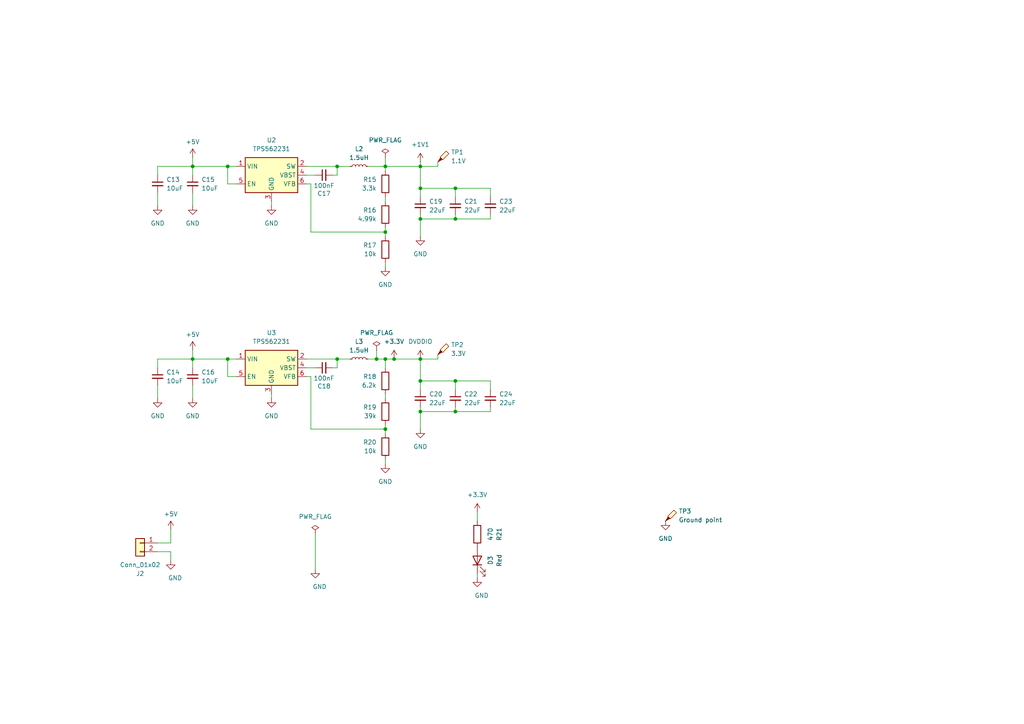
<source format=kicad_sch>
(kicad_sch (version 20231120) (generator "eeschema") (generator_version "8.0")
  (paper "A4")
  (title_block (title "Raspberry Pi 4 Port Gigabit Managed Switch") (date "2025-03-03") (company "Albrecht Lohofener"))
  (lib_symbols
    (symbol "Connector:TestPoint_Probe" (pin_numbers hide) (pin_names (offset 0.762) hide)
      (property "Reference" "TP" (at 1.651 5.842 0))
      (property "Value" "TestPoint_Probe" (at 1.651 4.064 0))
      (symbol "TestPoint_Probe_0_1"
        (polyline (pts (xy 1.27 0.762) (xy 0 0) (xy 0.762 1.27) (xy 1.27 0.762)) (fill (type outline)))
        (polyline (pts (xy 1.397 0.635) (xy 0.635 1.397) (xy 2.413 3.175) (xy 3.175 2.413) (xy 1.397 0.635)) (fill (type background)))
      )
      (symbol "TestPoint_Probe_1_1"
        (pin passive line (at 0 0 90) (length 0) (name "1") (number "1"))
      )
    )
    (symbol "Connector_Generic:Conn_01x02" (pin_names (offset 1.016) hide)
      (property "Reference" "J" (at 0 2.54 0))
      (property "Value" "Conn_01x02" (at 0 -5.08 0))
      (symbol "Conn_01x02_1_1"
        (rectangle (start -1.27 -2.413) (end 0 -2.667) (stroke (width 0.1524)))
        (rectangle (start -1.27 0.127) (end 0 -0.127) (stroke (width 0.1524)))
        (rectangle (start -1.27 1.27) (end 1.27 -3.81) (stroke (width 0.254)) (fill (type background)))
        (pin passive line (at -5.08 0 0) (length 3.81) (name "Pin_1") (number "1"))
        (pin passive line (at -5.08 -2.54 0) (length 3.81) (name "Pin_2") (number "2"))
      )
    )
    (symbol "Device:C_Small" (pin_numbers hide) (pin_names (offset 0.254) hide)
      (property "Reference" "C" (at 0.254 1.778 0))
      (property "Value" "C_Small" (at 0.254 -2.032 0))
      (symbol "C_Small_0_1"
        (polyline (pts (xy -1.524 -0.508) (xy 1.524 -0.508)) (stroke (width 0.3302)))
        (polyline (pts (xy -1.524 0.508) (xy 1.524 0.508)) (stroke (width 0.3048)))
      )
      (symbol "C_Small_1_1"
        (pin passive line (at 0 2.54 270) (length 2.032) (name "~") (number "1"))
        (pin passive line (at 0 -2.54 90) (length 2.032) (name "~") (number "2"))
      )
    )
    (symbol "Device:LED" (pin_numbers hide) (pin_names (offset 1.016) hide)
      (property "Reference" "D" (at 0 2.54 0))
      (property "Value" "LED" (at 0 -2.54 0))
      (symbol "LED_0_1"
        (polyline (pts (xy -1.27 -1.27) (xy -1.27 1.27)) (stroke (width 0.254)))
        (polyline (pts (xy -1.27 0) (xy 1.27 0)))
        (polyline (pts (xy 1.27 -1.27) (xy 1.27 1.27) (xy -1.27 0) (xy 1.27 -1.27)) (stroke (width 0.254)))
        (polyline (pts (xy -3.048 -0.762) (xy -4.572 -2.286) (xy -3.81 -2.286) (xy -4.572 -2.286) (xy -4.572 -1.524)))
        (polyline (pts (xy -1.778 -0.762) (xy -3.302 -2.286) (xy -2.54 -2.286) (xy -3.302 -2.286) (xy -3.302 -1.524)))
      )
      (symbol "LED_1_1"
        (pin passive line (at -3.81 0 0) (length 2.54) (name "K") (number "1"))
        (pin passive line (at 3.81 0 180) (length 2.54) (name "A") (number "2"))
      )
    )
    (symbol "Device:L_Small" (pin_numbers hide) (pin_names (offset 0.254) hide)
      (property "Reference" "L" (at 0.762 1.016 0))
      (property "Value" "L_Small" (at 0.762 -1.016 0))
      (symbol "L_Small_0_1"
        (arc (start 0 -2.032) (mid 0.5058 -1.524) (end 0 -1.016))
        (arc (start 0 -1.016) (mid 0.5058 -0.508) (end 0 0))
        (arc (start 0 0) (mid 0.5058 0.508) (end 0 1.016))
        (arc (start 0 1.016) (mid 0.5058 1.524) (end 0 2.032))
      )
      (symbol "L_Small_1_1"
        (pin passive line (at 0 2.54 270) (length 0.508) (name "~") (number "1"))
        (pin passive line (at 0 -2.54 90) (length 0.508) (name "~") (number "2"))
      )
    )
    (symbol "Device:R" (pin_numbers hide) (pin_names (offset 0))
      (property "Reference" "R" (at 2.032 0 90))
      (property "Value" "R" (at 0 0 90))
      (symbol "R_0_1"
        (rectangle (start -1.016 -2.54) (end 1.016 2.54) (stroke (width 0.254)))
      )
      (symbol "R_1_1"
        (pin passive line (at 0 3.81 270) (length 1.27) (name "~") (number "1"))
        (pin passive line (at 0 -3.81 90) (length 1.27) (name "~") (number "2"))
      )
    )
    (symbol "Regulator_Switching:TPS562206"
      (property "Reference" "U" (at -7.62 6.35 0))
      (property "Value" "TPS562206" (at -2.54 6.35 0))
      (symbol "TPS562206_0_1"
        (rectangle (start -7.62 5.08) (end 7.62 -5.08) (stroke (width 0.254)) (fill (type background)))
      )
      (symbol "TPS562206_1_1"
        (pin power_in line (at -10.16 2.54 0) (length 2.54) (name "VIN") (number "1"))
        (pin output line (at 10.16 2.54 180) (length 2.54) (name "SW") (number "2"))
        (pin power_in line (at 0 -7.62 90) (length 2.54) (name "GND") (number "3"))
        (pin passive line (at 10.16 0 180) (length 2.54) (name "VBST") (number "4"))
        (pin input line (at -10.16 -2.54 0) (length 2.54) (name "EN") (number "5"))
        (pin input line (at 10.16 -2.54 180) (length 2.54) (name "VFB") (number "6"))
      )
    )
    (symbol "power:+1V1" (power) (pin_numbers hide) (pin_names (offset 0) hide)
      (property "Value" "+1V1" (at 0 3.556 0))
      (symbol "+1V1_0_1"
        (polyline (pts (xy -0.762 1.27) (xy 0 2.54)))
        (polyline (pts (xy 0 0) (xy 0 2.54)))
        (polyline (pts (xy 0 2.54) (xy 0.762 1.27)))
      )
      (symbol "+1V1_1_1"
        (pin power_in line (at 0 0 90) (length 0) (name "~") (number "1"))
      )
    )
    (symbol "power:+3.3V" (power) (pin_numbers hide) (pin_names (offset 0) hide)
      (property "Value" "+3.3V" (at 0 3.556 0))
      (symbol "+3.3V_0_1"
        (polyline (pts (xy -0.762 1.27) (xy 0 2.54)))
        (polyline (pts (xy 0 0) (xy 0 2.54)))
        (polyline (pts (xy 0 2.54) (xy 0.762 1.27)))
      )
      (symbol "+3.3V_1_1"
        (pin power_in line (at 0 0 90) (length 0) (name "~") (number "1"))
      )
    )
    (symbol "power:+3V3" (power) (pin_numbers hide) (pin_names (offset 0) hide)
      (property "Value" "+3V3" (at 0 3.556 0))
      (symbol "+3V3_0_1"
        (polyline (pts (xy -0.762 1.27) (xy 0 2.54)))
        (polyline (pts (xy 0 0) (xy 0 2.54)))
        (polyline (pts (xy 0 2.54) (xy 0.762 1.27)))
      )
      (symbol "+3V3_1_1"
        (pin power_in line (at 0 0 90) (length 0) (name "~") (number "1"))
      )
    )
    (symbol "power:+5V" (power) (pin_numbers hide) (pin_names (offset 0) hide)
      (property "Value" "+5V" (at 0 3.556 0))
      (symbol "+5V_0_1"
        (polyline (pts (xy -0.762 1.27) (xy 0 2.54)))
        (polyline (pts (xy 0 0) (xy 0 2.54)))
        (polyline (pts (xy 0 2.54) (xy 0.762 1.27)))
      )
      (symbol "+5V_1_1"
        (pin power_in line (at 0 0 90) (length 0) (name "~") (number "1"))
      )
    )
    (symbol "power:GND" (power) (pin_numbers hide) (pin_names (offset 0) hide)
      (property "Value" "GND" (at 0 -3.81 0))
      (symbol "GND_0_1"
        (polyline (pts (xy 0 0) (xy 0 -1.27) (xy 1.27 -1.27) (xy 0 -2.54) (xy -1.27 -1.27) (xy 0 -1.27)))
      )
      (symbol "GND_1_1"
        (pin power_in line (at 0 0 270) (length 0) (name "~") (number "1"))
      )
    )
    (symbol "power:PWR_FLAG" (power) (pin_numbers hide) (pin_names (offset 0) hide)
      (property "Value" "PWR_FLAG" (at 0 3.81 0))
      (symbol "PWR_FLAG_0_0"
        (pin power_out line (at 0 0 90) (length 0) (name "~") (number "1"))
      )
      (symbol "PWR_FLAG_0_1"
        (polyline (pts (xy 0 0) (xy 0 1.27) (xy -1.016 1.905) (xy 0 2.54) (xy 1.016 1.905) (xy 0 1.27)))
      )
    )
    (symbol "power:VBUS" (power) (pin_numbers hide) (pin_names (offset 0) hide)
      (property "Value" "VBUS" (at 0 3.556 0))
      (symbol "VBUS_0_1"
        (polyline (pts (xy -0.762 1.27) (xy 0 2.54)))
        (polyline (pts (xy 0 0) (xy 0 2.54)))
        (polyline (pts (xy 0 2.54) (xy 0.762 1.27)))
      )
      (symbol "VBUS_1_1"
        (pin power_in line (at 0 0 90) (length 0) (name "~") (number "1"))
      )
    )
  )
  (junction (at 111.76 104.14))
  (junction (at 132.08 54.61))
  (junction (at 121.92 110.49))
  (junction (at 121.92 54.61))
  (junction (at 132.08 63.5))
  (junction (at 97.79 104.14))
  (junction (at 55.88 48.26))
  (junction (at 111.76 48.26))
  (junction (at 66.04 104.14))
  (junction (at 121.92 104.14))
  (junction (at 121.92 119.38))
  (junction (at 97.79 48.26))
  (junction (at 66.04 48.26))
  (junction (at 132.08 110.49))
  (junction (at 114.3 104.14))
  (junction (at 109.22 104.14))
  (junction (at 111.76 124.46))
  (junction (at 132.08 119.38))
  (junction (at 111.76 67.31))
  (junction (at 55.88 104.14))
  (junction (at 121.92 48.26))
  (junction (at 121.92 63.5))
  (wire (pts (xy 132.08 62.23) (xy 132.08 63.5)))
  (wire (pts (xy 66.04 104.14) (xy 68.58 104.14)))
  (wire (pts (xy 88.9 104.14) (xy 97.79 104.14)))
  (wire (pts (xy 66.04 104.14) (xy 66.04 109.22)))
  (wire (pts (xy 121.92 119.38) (xy 132.08 119.38)))
  (wire (pts (xy 111.76 123.19) (xy 111.76 124.46)))
  (wire (pts (xy 101.6 104.14) (xy 97.79 104.14)))
  (wire (pts (xy 106.68 104.14) (xy 109.22 104.14)))
  (wire (pts (xy 97.79 106.68) (xy 96.52 106.68)))
  (wire (pts (xy 78.74 115.57) (xy 78.74 114.3)))
  (wire (pts (xy 111.76 48.26) (xy 111.76 49.53)))
  (wire (pts (xy 90.17 109.22) (xy 90.17 124.46)))
  (wire (pts (xy 111.76 67.31) (xy 111.76 68.58)))
  (wire (pts (xy 78.74 59.69) (xy 78.74 58.42)))
  (wire (pts (xy 114.3 104.14) (xy 121.92 104.14)))
  (wire (pts (xy 111.76 124.46) (xy 111.76 125.73)))
  (wire (pts (xy 90.17 109.22) (xy 88.9 109.22)))
  (wire (pts (xy 45.72 160.02) (xy 49.53 160.02)))
  (wire (pts (xy 91.44 154.94) (xy 91.44 165.1)))
  (wire (pts (xy 55.88 55.88) (xy 55.88 59.69)))
  (wire (pts (xy 121.92 104.14) (xy 127 104.14)))
  (wire (pts (xy 66.04 48.26) (xy 68.58 48.26)))
  (wire (pts (xy 106.68 48.26) (xy 111.76 48.26)))
  (wire (pts (xy 49.53 160.02) (xy 49.53 162.56)))
  (wire (pts (xy 66.04 53.34) (xy 68.58 53.34)))
  (wire (pts (xy 121.92 46.99) (xy 121.92 48.26)))
  (wire (pts (xy 132.08 119.38) (xy 142.24 119.38)))
  (wire (pts (xy 121.92 124.46) (xy 121.92 119.38)))
  (wire (pts (xy 121.92 54.61) (xy 121.92 57.15)))
  (wire (pts (xy 45.72 104.14) (xy 45.72 106.68)))
  (wire (pts (xy 55.88 104.14) (xy 66.04 104.14)))
  (wire (pts (xy 138.43 166.37) (xy 138.43 167.64)))
  (wire (pts (xy 97.79 50.8) (xy 96.52 50.8)))
  (wire (pts (xy 45.72 48.26) (xy 55.88 48.26)))
  (wire (pts (xy 49.53 157.48) (xy 49.53 153.67)))
  (wire (pts (xy 121.92 119.38) (xy 121.92 118.11)))
  (wire (pts (xy 111.76 134.62) (xy 111.76 133.35)))
  (wire (pts (xy 142.24 62.23) (xy 142.24 63.5)))
  (wire (pts (xy 132.08 110.49) (xy 142.24 110.49)))
  (wire (pts (xy 132.08 54.61) (xy 132.08 57.15)))
  (wire (pts (xy 127 102.87) (xy 127 104.14)))
  (wire (pts (xy 45.72 115.57) (xy 45.72 111.76)))
  (wire (pts (xy 55.88 104.14) (xy 55.88 106.68)))
  (wire (pts (xy 88.9 48.26) (xy 97.79 48.26)))
  (wire (pts (xy 132.08 110.49) (xy 132.08 113.03)))
  (wire (pts (xy 121.92 48.26) (xy 127 48.26)))
  (wire (pts (xy 142.24 54.61) (xy 142.24 57.15)))
  (wire (pts (xy 111.76 66.04) (xy 111.76 67.31)))
  (wire (pts (xy 132.08 118.11) (xy 132.08 119.38)))
  (wire (pts (xy 111.76 104.14) (xy 114.3 104.14)))
  (wire (pts (xy 101.6 48.26) (xy 97.79 48.26)))
  (wire (pts (xy 97.79 104.14) (xy 97.79 106.68)))
  (wire (pts (xy 109.22 104.14) (xy 111.76 104.14)))
  (wire (pts (xy 121.92 110.49) (xy 132.08 110.49)))
  (wire (pts (xy 142.24 118.11) (xy 142.24 119.38)))
  (wire (pts (xy 55.88 45.72) (xy 55.88 48.26)))
  (wire (pts (xy 55.88 111.76) (xy 55.88 115.57)))
  (wire (pts (xy 88.9 50.8) (xy 91.44 50.8)))
  (wire (pts (xy 132.08 54.61) (xy 142.24 54.61)))
  (wire (pts (xy 90.17 53.34) (xy 88.9 53.34)))
  (wire (pts (xy 88.9 106.68) (xy 91.44 106.68)))
  (wire (pts (xy 66.04 109.22) (xy 68.58 109.22)))
  (wire (pts (xy 121.92 48.26) (xy 121.92 54.61)))
  (wire (pts (xy 66.04 48.26) (xy 66.04 53.34)))
  (wire (pts (xy 111.76 45.72) (xy 111.76 48.26)))
  (wire (pts (xy 121.92 110.49) (xy 121.92 113.03)))
  (wire (pts (xy 127 46.99) (xy 127 48.26)))
  (wire (pts (xy 111.76 57.15) (xy 111.76 58.42)))
  (wire (pts (xy 55.88 48.26) (xy 55.88 50.8)))
  (wire (pts (xy 138.43 148.59) (xy 138.43 151.13)))
  (wire (pts (xy 45.72 157.48) (xy 49.53 157.48)))
  (wire (pts (xy 142.24 110.49) (xy 142.24 113.03)))
  (wire (pts (xy 111.76 114.3) (xy 111.76 115.57)))
  (wire (pts (xy 109.22 101.6) (xy 109.22 104.14)))
  (wire (pts (xy 111.76 104.14) (xy 111.76 106.68)))
  (wire (pts (xy 55.88 101.6) (xy 55.88 104.14)))
  (wire (pts (xy 90.17 124.46) (xy 111.76 124.46)))
  (wire (pts (xy 45.72 59.69) (xy 45.72 55.88)))
  (wire (pts (xy 111.76 77.47) (xy 111.76 76.2)))
  (wire (pts (xy 90.17 67.31) (xy 90.17 53.34)))
  (wire (pts (xy 45.72 104.14) (xy 55.88 104.14)))
  (wire (pts (xy 55.88 48.26) (xy 66.04 48.26)))
  (wire (pts (xy 97.79 48.26) (xy 97.79 50.8)))
  (wire (pts (xy 121.92 63.5) (xy 121.92 62.23)))
  (wire (pts (xy 121.92 54.61) (xy 132.08 54.61)))
  (wire (pts (xy 121.92 63.5) (xy 132.08 63.5)))
  (wire (pts (xy 121.92 68.58) (xy 121.92 63.5)))
  (wire (pts (xy 45.72 48.26) (xy 45.72 50.8)))
  (wire (pts (xy 111.76 48.26) (xy 121.92 48.26)))
  (wire (pts (xy 90.17 67.31) (xy 111.76 67.31)))
  (wire (pts (xy 132.08 63.5) (xy 142.24 63.5)))
  (wire (pts (xy 121.92 104.14) (xy 121.92 110.49)))
  (symbol (lib_id "Device:R") (at 111.76 129.54 0) (mirror y) (unit 1)
    (property "Reference" "R20" (at 109.22 128.2699 0) (effects (justify left)))
    (property "Value" "10k" (at 109.22 130.8099 0) (effects (justify left)))
    (property "Footprint" "Resistor_SMD:R_1206_3216Metric" (effects (hide yes)))
    (property "Description" "Resistor" (effects (hide yes)))
    (property "LCSC Part #" "C17902" (effects (hide yes)))
    (property "Part" "250mW Thick Film Resistors 200V ±100ppm/℃ ±1% 10kΩ 1206" (effects (hide yes)))
  )
  (symbol (lib_id "power:PWR_FLAG") (at 111.76 45.72 0) (unit 1)
    (property "Reference" "#FLG04" (effects (hide yes)))
    (property "Value" "PWR_FLAG" (at 111.76 40.64 0))
    (property "Description" "Special symbol for telling ERC where power comes from" (effects (hide yes)))
  )
  (symbol (lib_id "power:GND") (at 138.43 167.64 0) (unit 1)
    (property "Reference" "#PWR053" (effects (hide yes)))
    (property "Value" "GND" (at 139.7 172.72 0))
    (property "Description" "Power symbol creates a global label with name \"GND\" , ground" (effects (hide yes)))
  )
  (symbol (lib_id "Device:R") (at 111.76 53.34 0) (mirror y) (unit 1)
    (property "Reference" "R15" (at 109.22 52.0699 0) (effects (justify left)))
    (property "Value" "3.3k" (at 109.22 54.6099 0) (effects (justify left)))
    (property "Footprint" "Resistor_SMD:R_0603_1608Metric" (effects (hide yes)))
    (property "Description" "Resistor" (effects (hide yes)))
    (property "LCSC Part #" "C22978" (effects (hide yes)))
    (property "Part" "R 3.3kΩ 125mW 1% 0603" (effects (hide yes)))
    (property "Shop" "https://store.comet.bg/Catalogue/Product/9936/" (effects (hide yes)))
  )
  (symbol (lib_id "Device:R") (at 138.43 154.94 0) (unit 1)
    (property "Reference" "R21" (at 144.78 154.94 90))
    (property "Value" "470" (at 142.24 154.94 90))
    (property "Footprint" "Resistor_SMD:R_0402_1005Metric" (effects (hide yes)))
    (property "LCSC Part #" "C25117" (effects (hide yes)))
    (property "Part" "62.5mW Thick Film Resistors 50V ±100ppm/℃ ±1% 470Ω 0402" (effects (hide yes)))
  )
  (symbol (lib_id "Device:C_Small") (at 121.92 59.69 0) (unit 1)
    (property "Reference" "C19" (at 124.46 58.4262 0) (effects (justify left)))
    (property "Value" "22uF" (at 124.46 60.9662 0) (effects (justify left)))
    (property "Footprint" "Capacitor_SMD:C_0603_1608Metric" (effects (hide yes)))
    (property "Description" "Unpolarized capacitor, small symbol" (effects (hide yes)))
    (property "LCSC Part #" "C59461" (effects (hide yes)))
    (property "Part" "6.3V 22uF X5R ±20% 0603" (effects (hide yes)))
  )
  (symbol (lib_id "Connector:TestPoint_Probe") (at 127 102.87 0) (unit 1) (in_bom no)
    (property "Reference" "TP2" (at 130.81 100.0124 0) (effects (justify left)))
    (property "Value" "3.3V" (at 130.81 102.5524 0) (effects (justify left)))
    (property "Footprint" "TestPoint:TestPoint_THTPad_2.0x2.0mm_Drill1.0mm" (effects (hide yes)))
    (property "Description" "test point (alternative probe-style design)" (effects (hide yes)))
  )
  (symbol (lib_id "Device:L_Small") (at 104.14 48.26 90) (unit 1)
    (property "Reference" "L2" (at 104.14 43.18 90))
    (property "Value" "1.5uH" (at 104.14 45.72 90))
    (property "Footprint" "Inductor_SMD:L_Taiyo-Yuden_MD-5050" (effects (hide yes)))
    (property "Description" "Inductor, small symbol" (effects (hide yes)))
    (property "LCSC Part #" "C702825" (effects (hide yes)))
    (property "Part" "BWVF005050201R5T00 or 74404054015" (effects (hide yes)))
    (property "Shop" "https://eu.mouser.com/ProductDetail/Pulse-Electronics/BWVF005050201R5T00?qs=rSMjJ%252B1ewcTE78FzK12cIA%3D%3D" (effects (hide yes)))
  )
  (symbol (lib_id "Device:R") (at 111.76 72.39 0) (mirror y) (unit 1)
    (property "Reference" "R17" (at 109.22 71.1199 0) (effects (justify left)))
    (property "Value" "10k" (at 109.22 73.6599 0) (effects (justify left)))
    (property "Footprint" "Resistor_SMD:R_1206_3216Metric" (effects (hide yes)))
    (property "Description" "Resistor" (effects (hide yes)))
    (property "LCSC Part #" "C17902" (effects (hide yes)))
    (property "Part" "250mW Thick Film Resistors 200V ±100ppm/℃ ±1% 10kΩ 1206" (effects (hide yes)))
  )
  (symbol (lib_id "power:GND") (at 49.53 162.56 0) (unit 1)
    (property "Reference" "#PWR037" (effects (hide yes)))
    (property "Value" "GND" (at 50.8 167.64 0))
    (property "Description" "Power symbol creates a global label with name \"GND\" , ground" (effects (hide yes)))
  )
  (symbol (lib_id "Device:C_Small") (at 93.98 106.68 90) (unit 1)
    (property "Reference" "C18" (at 93.98 112.014 90))
    (property "Value" "100nF" (at 93.98 109.728 90))
    (property "Footprint" "Capacitor_SMD:C_0603_1608Metric" (effects (hide yes)))
    (property "Description" "Unpolarized capacitor, small symbol" (effects (hide yes)))
    (property "LCSC Part #" "C14663" (effects (hide yes)))
    (property "Part" "50V 100nF X7R ±10% 0603" (effects (hide yes)))
  )
  (symbol (lib_id "power:GND") (at 111.76 77.47 0) (unit 1)
    (property "Reference" "#PWR045" (effects (hide yes)))
    (property "Value" "GND" (at 111.76 82.55 0))
    (property "Description" "Power symbol creates a global label with name \"GND\" , ground" (effects (hide yes)))
  )
  (symbol (lib_id "power:GND") (at 45.72 115.57 0) (unit 1)
    (property "Reference" "#PWR035" (effects (hide yes)))
    (property "Value" "GND" (at 45.72 120.65 0))
    (property "Description" "Power symbol creates a global label with name \"GND\" , ground" (effects (hide yes)))
  )
  (symbol (lib_id "power:GND") (at 91.44 165.1 0) (unit 1)
    (property "Reference" "#PWR044" (effects (hide yes)))
    (property "Value" "GND" (at 92.71 170.18 0))
    (property "Description" "Power symbol creates a global label with name \"GND\" , ground" (effects (hide yes)))
  )
  (symbol (lib_id "Device:C_Small") (at 45.72 53.34 0) (unit 1)
    (property "Reference" "C13" (at 48.26 52.0762 0) (effects (justify left)))
    (property "Value" "10uF" (at 48.26 54.6162 0) (effects (justify left)))
    (property "Footprint" "Capacitor_SMD:C_0402_1005Metric" (effects (hide yes)))
    (property "Description" "Unpolarized capacitor, small symbol" (effects (hide yes)))
    (property "LCSC Part #" "C15525" (effects (hide yes)))
    (property "Part" "6.3V 10uF X5R ±20% 0402" (effects (hide yes)))
  )
  (symbol (lib_id "Connector:TestPoint_Probe") (at 127 46.99 0) (unit 1) (in_bom no)
    (property "Reference" "TP1" (at 130.81 44.1324 0) (effects (justify left)))
    (property "Value" "1.1V" (at 130.81 46.6724 0) (effects (justify left)))
    (property "Footprint" "TestPoint:TestPoint_THTPad_2.0x2.0mm_Drill1.0mm" (effects (hide yes)))
    (property "Description" "test point (alternative probe-style design)" (effects (hide yes)))
  )
  (symbol (lib_id "power:+3.3V") (at 114.3 104.14 0) (unit 1)
    (property "Reference" "#PWR047" (effects (hide yes)))
    (property "Value" "+3.3V" (at 114.3 99.06 0))
    (property "Description" "Power symbol creates a global label with name \"+3.3V\"" (effects (hide yes)))
  )
  (symbol (lib_id "Device:C_Small") (at 132.08 115.57 0) (unit 1)
    (property "Reference" "C22" (at 134.62 114.3062 0) (effects (justify left)))
    (property "Value" "22uF" (at 134.62 116.8462 0) (effects (justify left)))
    (property "Footprint" "Capacitor_SMD:C_0603_1608Metric" (effects (hide yes)))
    (property "Description" "Unpolarized capacitor, small symbol" (effects (hide yes)))
    (property "LCSC Part #" "C59461" (effects (hide yes)))
    (property "Part" "6.3V 22uF X5R ±20% 0603" (effects (hide yes)))
  )
  (symbol (lib_id "Device:C_Small") (at 142.24 115.57 0) (unit 1)
    (property "Reference" "C24" (at 144.78 114.3062 0) (effects (justify left)))
    (property "Value" "22uF" (at 144.78 116.8462 0) (effects (justify left)))
    (property "Footprint" "Capacitor_SMD:C_0603_1608Metric" (effects (hide yes)))
    (property "Description" "Unpolarized capacitor, small symbol" (effects (hide yes)))
    (property "LCSC Part #" "C59461" (effects (hide yes)))
    (property "Part" "6.3V 22uF X5R ±20% 0603" (effects (hide yes)))
  )
  (symbol (lib_id "power:PWR_FLAG") (at 109.22 101.6 0) (unit 1)
    (property "Reference" "#FLG03" (effects (hide yes)))
    (property "Value" "PWR_FLAG" (at 109.22 96.52 0))
    (property "Description" "Special symbol for telling ERC where power comes from" (effects (hide yes)))
  )
  (symbol (lib_id "Device:C_Small") (at 132.08 59.69 0) (unit 1)
    (property "Reference" "C21" (at 134.62 58.4262 0) (effects (justify left)))
    (property "Value" "22uF" (at 134.62 60.9662 0) (effects (justify left)))
    (property "Footprint" "Capacitor_SMD:C_0603_1608Metric" (effects (hide yes)))
    (property "Description" "Unpolarized capacitor, small symbol" (effects (hide yes)))
    (property "LCSC Part #" "C59461" (effects (hide yes)))
    (property "Part" "6.3V 22uF X5R ±20% 0603" (effects (hide yes)))
  )
  (symbol (lib_id "Regulator_Switching:TPS562206") (at 78.74 106.68 0) (unit 1)
    (property "Reference" "U3" (at 78.74 96.52 0))
    (property "Value" "TPS562231" (at 78.74 99.06 0))
    (property "Footprint" "Package_TO_SOT_SMD:SOT-563" (effects (hide yes)))
    (property "Datasheet" "https://www.ti.com/lit/ds/symlink/tps562231.pdf" (effects (hide yes)))
    (property "Description" "2A Synchronous Step-Down Voltage Regulator 600kHz, Adjustable Output Voltage, 4.5-17V Input Voltage, 0.6V-7V Output Voltage, SOT-563" (effects (hide yes)))
    (property "LCSC Part #" "C2070899" (effects (hide yes)))
    (property "Part" "TPS562231DRLR" (effects (hide yes)))
    (property "Shop" "https://www.mouser.bg/ProductDetail/Texas-Instruments/TPS562231DRLR?qs=l4Gc20tDgJK5KnXgCyg0Bw%3D%3D" (effects (hide yes)))
    (property "FT Rotation Offset" "-90" (effects (hide yes)))
  )
  (symbol (lib_id "power:GND") (at 45.72 59.69 0) (unit 1)
    (property "Reference" "#PWR034" (effects (hide yes)))
    (property "Value" "GND" (at 45.72 64.77 0))
    (property "Description" "Power symbol creates a global label with name \"GND\" , ground" (effects (hide yes)))
  )
  (symbol (lib_id "power:+5V") (at 55.88 45.72 0) (unit 1)
    (property "Reference" "#PWR038" (effects (hide yes)))
    (property "Value" "+5V" (at 55.88 41.148 0))
    (property "Description" "Power symbol creates a global label with name \"+5V\"" (effects (hide yes)))
  )
  (symbol (lib_id "power:GND") (at 121.92 68.58 0) (unit 1)
    (property "Reference" "#PWR049" (effects (hide yes)))
    (property "Value" "GND" (at 121.92 73.66 0))
    (property "Description" "Power symbol creates a global label with name \"GND\" , ground" (effects (hide yes)))
  )
  (symbol (lib_id "power:+3V3") (at 138.43 148.59 0) (unit 1)
    (property "Reference" "#PWR052" (effects (hide yes)))
    (property "Value" "+3.3V" (at 138.43 143.51 0))
    (property "Description" "Power symbol creates a global label with name \"+3V3\"" (effects (hide yes)))
  )
  (symbol (lib_id "Connector:TestPoint_Probe") (at 193.04 151.13 0) (unit 1)
    (property "Reference" "TP3" (at 196.85 148.2724 0) (effects (justify left)))
    (property "Value" "Ground point" (at 196.85 150.8124 0) (effects (justify left)))
    (property "Footprint" "TestPoint:TestPoint_Bridge_Pitch2.54mm_Drill1.0mm" (effects (hide yes)))
    (property "Description" "test point (alternative probe-style design)" (effects (hide yes)))
  )
  (symbol (lib_id "Device:R") (at 111.76 62.23 0) (mirror y) (unit 1)
    (property "Reference" "R16" (at 109.22 60.9599 0) (effects (justify left)))
    (property "Value" "4.99k" (at 109.22 63.4999 0) (effects (justify left)))
    (property "Footprint" "Resistor_SMD:R_0603_1608Metric" (effects (hide yes)))
    (property "Description" "Resistor" (effects (hide yes)))
    (property "LCSC Part #" "C23046" (effects (hide yes)))
    (property "Part" "R 4.99kΩ 125mW 1% 0603" (effects (hide yes)))
    (property "Shop" "https://store.comet.bg/Catalogue/Product/35342/" (effects (hide yes)))
  )
  (symbol (lib_id "power:+5V") (at 55.88 101.6 0) (unit 1)
    (property "Reference" "#PWR040" (effects (hide yes)))
    (property "Value" "+5V" (at 55.88 97.028 0))
    (property "Description" "Power symbol creates a global label with name \"+5V\"" (effects (hide yes)))
  )
  (symbol (lib_id "power:GND") (at 78.74 115.57 0) (unit 1)
    (property "Reference" "#PWR043" (effects (hide yes)))
    (property "Value" "GND" (at 78.74 120.65 0))
    (property "Description" "Power symbol creates a global label with name \"GND\" , ground" (effects (hide yes)))
  )
  (symbol (lib_id "Connector_Generic:Conn_01x02") (at 40.64 157.48 0) (mirror y) (unit 1)
    (property "Reference" "J2" (at 40.64 166.37 0))
    (property "Value" "Conn_01x02" (at 40.64 163.83 0))
    (property "Footprint" "Connector_PinSocket_2.54mm:PinSocket_1x02_P2.54mm_Vertical" (effects (hide yes)))
    (property "Description" "Generic connector, single row, 01x02, script generated (kicad-library-utils/schlib/autogen/connector/)" (effects (hide yes)))
  )
  (symbol (lib_id "power:VBUS") (at 121.92 104.14 0) (unit 1)
    (property "Reference" "#PWR050" (effects (hide yes)))
    (property "Value" "DVDDIO" (at 121.92 99.06 0))
    (property "Description" "Power symbol creates a global label with name \"VBUS\"" (effects (hide yes)))
  )
  (symbol (lib_id "power:GND") (at 78.74 59.69 0) (unit 1)
    (property "Reference" "#PWR042" (effects (hide yes)))
    (property "Value" "GND" (at 78.74 64.77 0))
    (property "Description" "Power symbol creates a global label with name \"GND\" , ground" (effects (hide yes)))
  )
  (symbol (lib_id "Regulator_Switching:TPS562206") (at 78.74 50.8 0) (unit 1)
    (property "Reference" "U2" (at 78.74 40.64 0))
    (property "Value" "TPS562231" (at 78.74 43.18 0))
    (property "Footprint" "Package_TO_SOT_SMD:SOT-563" (effects (hide yes)))
    (property "Datasheet" "https://www.ti.com/lit/ds/symlink/tps562231.pdf" (effects (hide yes)))
    (property "Description" "2A Synchronous Step-Down Voltage Regulator 600kHz, Adjustable Output Voltage, 4.5-17V Input Voltage, 0.6V-7V Output Voltage, SOT-563" (effects (hide yes)))
    (property "LCSC Part #" "C2070899" (effects (hide yes)))
    (property "Part" "TPS562231DRLR" (effects (hide yes)))
    (property "Shop" "https://www.mouser.bg/ProductDetail/Texas-Instruments/TPS562231DRLR?qs=l4Gc20tDgJK5KnXgCyg0Bw%3D%3D" (effects (hide yes)))
    (property "FT Rotation Offset" "-90" (effects (hide yes)))
  )
  (symbol (lib_id "Device:LED") (at 138.43 162.56 90) (unit 1)
    (property "Reference" "D3" (at 142.24 162.56 0))
    (property "Value" "Red" (at 144.78 162.56 0))
    (property "Footprint" "LED_SMD:LED_0603_1608Metric" (effects (hide yes)))
    (property "LCSC Part #" "C2286" (effects (hide yes)))
    (property "Part" "LED Red 0603" (effects (hide yes)))
  )
  (symbol (lib_id "power:GND") (at 55.88 59.69 0) (unit 1)
    (property "Reference" "#PWR039" (effects (hide yes)))
    (property "Value" "GND" (at 55.88 64.77 0))
    (property "Description" "Power symbol creates a global label with name \"GND\" , ground" (effects (hide yes)))
  )
  (symbol (lib_id "power:+5V") (at 49.53 153.67 0) (unit 1)
    (property "Reference" "#PWR036" (effects (hide yes)))
    (property "Value" "+5V" (at 49.53 149.098 0))
    (property "Description" "Power symbol creates a global label with name \"+5V\"" (effects (hide yes)))
  )
  (symbol (lib_id "Device:C_Small") (at 121.92 115.57 0) (unit 1)
    (property "Reference" "C20" (at 124.46 114.3062 0) (effects (justify left)))
    (property "Value" "22uF" (at 124.46 116.8462 0) (effects (justify left)))
    (property "Footprint" "Capacitor_SMD:C_0603_1608Metric" (effects (hide yes)))
    (property "Description" "Unpolarized capacitor, small symbol" (effects (hide yes)))
    (property "LCSC Part #" "C59461" (effects (hide yes)))
    (property "Part" "6.3V 22uF X5R ±20% 0603" (effects (hide yes)))
  )
  (symbol (lib_id "Device:C_Small") (at 93.98 50.8 90) (unit 1)
    (property "Reference" "C17" (at 93.98 56.134 90))
    (property "Value" "100nF" (at 93.98 53.848 90))
    (property "Footprint" "Capacitor_SMD:C_0603_1608Metric" (effects (hide yes)))
    (property "Description" "Unpolarized capacitor, small symbol" (effects (hide yes)))
    (property "LCSC Part #" "C14663" (effects (hide yes)))
    (property "Part" "50V 100nF X7R ±10% 0603" (effects (hide yes)))
  )
  (symbol (lib_id "power:GND") (at 121.92 124.46 0) (unit 1)
    (property "Reference" "#PWR051" (effects (hide yes)))
    (property "Value" "GND" (at 121.92 129.54 0))
    (property "Description" "Power symbol creates a global label with name \"GND\" , ground" (effects (hide yes)))
  )
  (symbol (lib_id "Device:R") (at 111.76 119.38 0) (mirror y) (unit 1)
    (property "Reference" "R19" (at 109.22 118.1099 0) (effects (justify left)))
    (property "Value" "39k" (at 109.22 120.6499 0) (effects (justify left)))
    (property "Footprint" "Resistor_SMD:R_0603_1608Metric" (effects (hide yes)))
    (property "Description" "Resistor" (effects (hide yes)))
    (property "LCSC Part #" "C23153" (effects (hide yes)))
    (property "Part" "R 39kΩ 125mW 1% 0603" (effects (hide yes)))
    (property "Shop" "https://store.comet.bg/Catalogue/Product/4781/" (effects (hide yes)))
  )
  (symbol (lib_id "Device:R") (at 111.76 110.49 0) (mirror y) (unit 1)
    (property "Reference" "R18" (at 109.22 109.2199 0) (effects (justify left)))
    (property "Value" "6.2k" (at 109.22 111.7599 0) (effects (justify left)))
    (property "Footprint" "Resistor_SMD:R_0603_1608Metric" (effects (hide yes)))
    (property "Description" "Resistor" (effects (hide yes)))
    (property "Part" "R 6.2kΩ 125mW 1% 0603" (effects (hide yes)))
    (property "LCSC Part #" "C4260" (effects (hide yes)))
  )
  (symbol (lib_id "power:GND") (at 111.76 134.62 0) (unit 1)
    (property "Reference" "#PWR046" (effects (hide yes)))
    (property "Value" "GND" (at 111.76 139.7 0))
    (property "Description" "Power symbol creates a global label with name \"GND\" , ground" (effects (hide yes)))
  )
  (symbol (lib_id "Device:C_Small") (at 55.88 109.22 0) (unit 1)
    (property "Reference" "C16" (at 58.42 107.9562 0) (effects (justify left)))
    (property "Value" "10uF" (at 58.42 110.4962 0) (effects (justify left)))
    (property "Footprint" "Capacitor_SMD:C_0402_1005Metric" (effects (hide yes)))
    (property "Description" "Unpolarized capacitor, small symbol" (effects (hide yes)))
    (property "LCSC Part #" "C15525" (effects (hide yes)))
    (property "Part" "6.3V 10uF X5R ±20% 0402" (effects (hide yes)))
  )
  (symbol (lib_id "power:GND") (at 193.04 151.13 0) (unit 1)
    (property "Reference" "#PWR054" (effects (hide yes)))
    (property "Value" "GND" (at 193.04 156.21 0))
    (property "Description" "Power symbol creates a global label with name \"GND\" , ground" (effects (hide yes)))
  )
  (symbol (lib_id "Device:L_Small") (at 104.14 104.14 90) (unit 1)
    (property "Reference" "L3" (at 104.14 99.06 90))
    (property "Value" "1.5uH" (at 104.14 101.6 90))
    (property "Footprint" "Inductor_SMD:L_Taiyo-Yuden_MD-5050" (effects (hide yes)))
    (property "Description" "Inductor, small symbol" (effects (hide yes)))
    (property "LCSC Part #" "C702825" (effects (hide yes)))
    (property "Part" "BWVF005050201R5T00 or 74404054015" (effects (hide yes)))
    (property "Shop" "https://eu.mouser.com/ProductDetail/Pulse-Electronics/BWVF005050201R5T00?qs=rSMjJ%252B1ewcTE78FzK12cIA%3D%3D" (effects (hide yes)))
  )
  (symbol (lib_id "power:GND") (at 55.88 115.57 0) (unit 1)
    (property "Reference" "#PWR041" (effects (hide yes)))
    (property "Value" "GND" (at 55.88 120.65 0))
    (property "Description" "Power symbol creates a global label with name \"GND\" , ground" (effects (hide yes)))
  )
  (symbol (lib_id "Device:C_Small") (at 142.24 59.69 0) (unit 1)
    (property "Reference" "C23" (at 144.78 58.4262 0) (effects (justify left)))
    (property "Value" "22uF" (at 144.78 60.9662 0) (effects (justify left)))
    (property "Footprint" "Capacitor_SMD:C_0603_1608Metric" (effects (hide yes)))
    (property "Description" "Unpolarized capacitor, small symbol" (effects (hide yes)))
    (property "LCSC Part #" "C59461" (effects (hide yes)))
    (property "Part" "6.3V 22uF X5R ±20% 0603" (effects (hide yes)))
  )
  (symbol (lib_id "Device:C_Small") (at 45.72 109.22 0) (unit 1)
    (property "Reference" "C14" (at 48.26 107.9562 0) (effects (justify left)))
    (property "Value" "10uF" (at 48.26 110.4962 0) (effects (justify left)))
    (property "Footprint" "Capacitor_SMD:C_0402_1005Metric" (effects (hide yes)))
    (property "Description" "Unpolarized capacitor, small symbol" (effects (hide yes)))
    (property "LCSC Part #" "C15525" (effects (hide yes)))
    (property "Part" "6.3V 10uF X5R ±20% 0402" (effects (hide yes)))
  )
  (symbol (lib_id "power:PWR_FLAG") (at 91.44 154.94 0) (unit 1)
    (property "Reference" "#FLG02" (effects (hide yes)))
    (property "Value" "PWR_FLAG" (at 91.44 149.86 0))
    (property "Description" "Special symbol for telling ERC where power comes from" (effects (hide yes)))
  )
  (symbol (lib_id "power:+1V1") (at 121.92 46.99 0) (unit 1)
    (property "Reference" "#PWR048" (effects (hide yes)))
    (property "Value" "+1V1" (at 121.92 41.91 0))
    (property "Description" "Power symbol creates a global label with name \"+1V1\"" (effects (hide yes)))
  )
  (symbol (lib_id "Device:C_Small") (at 55.88 53.34 0) (unit 1)
    (property "Reference" "C15" (at 58.42 52.0762 0) (effects (justify left)))
    (property "Value" "10uF" (at 58.42 54.6162 0) (effects (justify left)))
    (property "Footprint" "Capacitor_SMD:C_0402_1005Metric" (effects (hide yes)))
    (property "Description" "Unpolarized capacitor, small symbol" (effects (hide yes)))
    (property "LCSC Part #" "C15525" (effects (hide yes)))
    (property "Part" "6.3V 10uF X5R ±20% 0402" (effects (hide yes)))
  )
)
</source>
